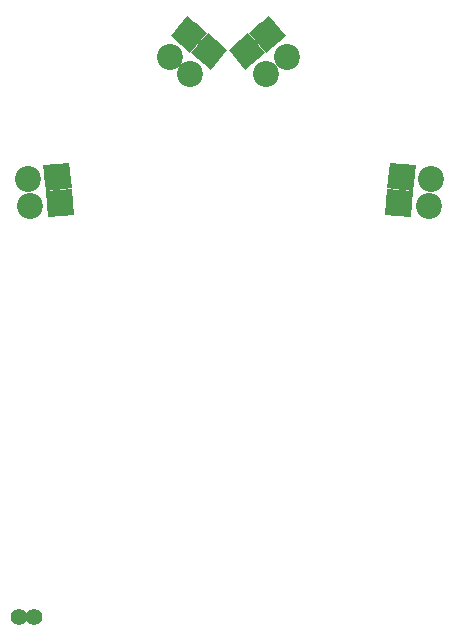
<source format=gbr>
G04 #@! TF.GenerationSoftware,KiCad,Pcbnew,(5.1.4)-1*
G04 #@! TF.CreationDate,2019-11-08T17:49:40+09:00*
G04 #@! TF.ProjectId,gekko,67656b6b-6f2e-46b6-9963-61645f706362,rev?*
G04 #@! TF.SameCoordinates,Original*
G04 #@! TF.FileFunction,Soldermask,Bot*
G04 #@! TF.FilePolarity,Negative*
%FSLAX46Y46*%
G04 Gerber Fmt 4.6, Leading zero omitted, Abs format (unit mm)*
G04 Created by KiCad (PCBNEW (5.1.4)-1) date 2019-11-08 17:49:40*
%MOMM*%
%LPD*%
G04 APERTURE LIST*
%ADD10C,2.200000*%
%ADD11C,0.100000*%
%ADD12C,1.400000*%
G04 APERTURE END LIST*
D10*
X166911168Y-110892285D03*
X164576934Y-108429472D03*
D11*
G36*
X163385249Y-109429415D02*
G01*
X163576991Y-107237787D01*
X165768619Y-107429529D01*
X165576877Y-109621157D01*
X163385249Y-109429415D01*
X163385249Y-109429415D01*
G37*
D10*
X167107268Y-108650847D03*
X164380834Y-110670910D03*
D11*
G36*
X163189149Y-111670853D02*
G01*
X163380891Y-109479225D01*
X165572519Y-109670967D01*
X165380777Y-111862595D01*
X163189149Y-111670853D01*
X163189149Y-111670853D01*
G37*
D10*
X153116769Y-99766985D03*
X153207688Y-96374960D03*
D11*
G36*
X151657973Y-96239377D02*
G01*
X153343271Y-94825245D01*
X154757403Y-96510543D01*
X153072105Y-97924675D01*
X151657973Y-96239377D01*
X151657973Y-96239377D01*
G37*
D10*
X154840369Y-98320713D03*
X151484088Y-97821233D03*
D11*
G36*
X149934373Y-97685650D02*
G01*
X151619671Y-96271518D01*
X153033803Y-97956816D01*
X151348505Y-99370948D01*
X149934373Y-97685650D01*
X149934373Y-97685650D01*
G37*
D10*
X144936400Y-98313728D03*
X146569081Y-96367975D03*
D11*
G36*
X146704664Y-97917690D02*
G01*
X145019366Y-96503558D01*
X146433498Y-94818260D01*
X148118796Y-96232392D01*
X146704664Y-97917690D01*
X146704664Y-97917690D01*
G37*
D10*
X146660000Y-99760000D03*
X148292681Y-97814247D03*
D11*
G36*
X148428264Y-99363962D02*
G01*
X146742966Y-97949830D01*
X148157098Y-96264532D01*
X149842396Y-97678664D01*
X148428264Y-99363962D01*
X148428264Y-99363962D01*
G37*
D10*
X132913900Y-108648562D03*
X135444234Y-108427186D03*
D11*
G36*
X134444291Y-109618871D02*
G01*
X134252549Y-107427243D01*
X136444177Y-107235501D01*
X136635919Y-109427129D01*
X134444291Y-109618871D01*
X134444291Y-109618871D01*
G37*
D10*
X133110000Y-110890000D03*
X135640335Y-110668624D03*
D11*
G36*
X134640392Y-111860309D02*
G01*
X134448650Y-109668681D01*
X136640278Y-109476939D01*
X136832020Y-111668567D01*
X134640392Y-111860309D01*
X134640392Y-111860309D01*
G37*
D12*
X132200000Y-145750000D03*
X133450000Y-145750000D03*
M02*

</source>
